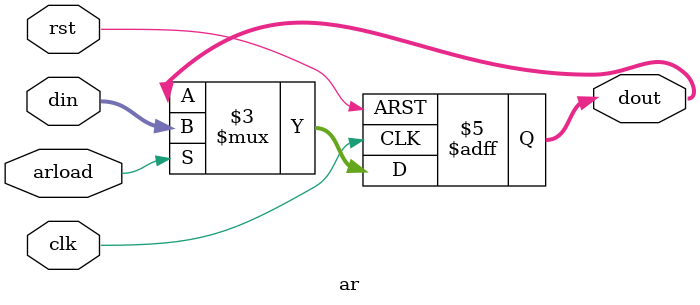
<source format=v>
/*地址寄存器，输出要执行的下一指令地址*/
/*输入din：地址输入；16位，来自于总线
   输入clk：时钟信号，进行时序控制；1位，来自qtsj.v的输出clk_choose；
   输入rst：复位信号，该位为1时系统正常工作，为0时系统复位；1位，来自控制器；
   输入arload：载入信号，其有效且clk有上升沿来临时，将输入din直接由dout输出；1位，来自控制器；
   输入arinc：AR+1；该信号为1，AR++；1位，来自控制器；
   输出dout：地址输出；16位，送往存储器或连接到数码管；
*/
module ar(din, clk, rst,arload, dout);
input[15:0] din;
input clk,rst,arload;
output [15:0]dout;
reg [15:0]dout;
always@(posedge clk or negedge rst)
if(!rst)
	dout<=0;
else if(arload)
	dout<=din;

endmodule
</source>
